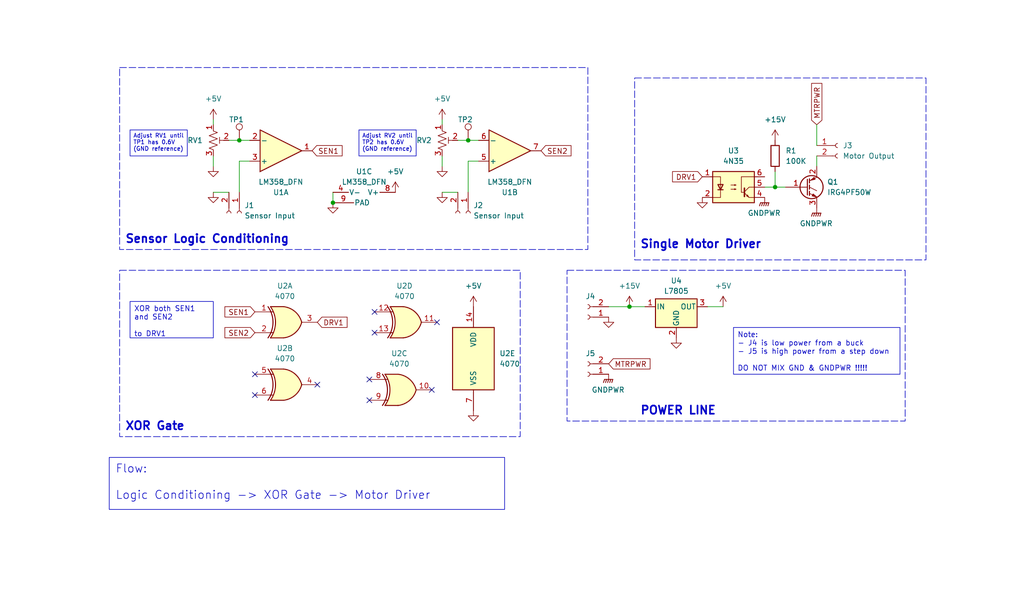
<source format=kicad_sch>
(kicad_sch (version 20230121) (generator eeschema)
  (paper "User" 250.012 150.012)
  (title_block (title "Logic Motor Driver") (date "2024-07-04") (rev "v0") (company "drafted by Achmadi, S.T, M.T") (comment 1 "A simple test circuit to run motor using minimum logic"))
  (lib_symbols
    (symbol "4xxx:4070" (pin_names (offset 1.016))
      (property "Reference" "U" (at 0 1.27 0))
      (property "Value" "4070" (at 0 -1.27 0))
      (symbol "4070_1_0"
        (arc (start -4.4196 -3.81) (mid -3.2033 0) (end -4.4196 3.81) (stroke (width 0.254)))
        (arc (start -3.81 -3.81) (mid -2.589 0) (end -3.81 3.81) (stroke (width 0.254)))
        (arc (start -0.6096 -3.81) (mid 2.1842 -2.5851) (end 3.81 0) (stroke (width 0.254)) (fill (type background)))
        (polyline (pts (xy -3.81 -3.81) (xy -0.635 -3.81)) (stroke (width 0.254)) (fill (type background)))
        (polyline (pts (xy -3.81 3.81) (xy -0.635 3.81)) (stroke (width 0.254)) (fill (type background)))
        (polyline (pts (xy -0.635 3.81) (xy -3.81 3.81) (xy -3.81 3.81) (xy -3.556 3.4036) (xy -3.0226 2.2606) (xy -2.6924 1.0414) (xy -2.6162 -0.254) (xy -2.7686 -1.4986) (xy -3.175 -2.7178) (xy -3.81 -3.81) (xy -3.81 -3.81) (xy -0.635 -3.81)) (stroke (width -25.4)) (fill (type background)))
        (arc (start 3.81 0) (mid 2.1915 2.5936) (end -0.6096 3.81) (stroke (width 0.254)) (fill (type background)))
        (pin input line (at -7.62 2.54 0) (length 4.445) (name "~") (number "1"))
        (pin input line (at -7.62 -2.54 0) (length 4.445) (name "~") (number "2"))
        (pin output line (at 7.62 0 180) (length 3.81) (name "~") (number "3"))
      )
      (symbol "4070_1_1"
        (polyline (pts (xy -3.81 -2.54) (xy -3.175 -2.54)) (stroke (width 0.1524)))
        (polyline (pts (xy -3.81 2.54) (xy -3.175 2.54)) (stroke (width 0.1524)))
      )
      (symbol "4070_2_0"
        (arc (start -4.4196 -3.81) (mid -3.2033 0) (end -4.4196 3.81) (stroke (width 0.254)))
        (arc (start -3.81 -3.81) (mid -2.589 0) (end -3.81 3.81) (stroke (width 0.254)))
        (arc (start -0.6096 -3.81) (mid 2.1842 -2.5851) (end 3.81 0) (stroke (width 0.254)) (fill (type background)))
        (polyline (pts (xy -3.81 -3.81) (xy -0.635 -3.81)) (stroke (width 0.254)) (fill (type background)))
        (polyline (pts (xy -3.81 3.81) (xy -0.635 3.81)) (stroke (width 0.254)) (fill (type background)))
        (polyline (pts (xy -0.635 3.81) (xy -3.81 3.81) (xy -3.81 3.81) (xy -3.556 3.4036) (xy -3.0226 2.2606) (xy -2.6924 1.0414) (xy -2.6162 -0.254) (xy -2.7686 -1.4986) (xy -3.175 -2.7178) (xy -3.81 -3.81) (xy -3.81 -3.81) (xy -0.635 -3.81)) (stroke (width -25.4)) (fill (type background)))
        (arc (start 3.81 0) (mid 2.1915 2.5936) (end -0.6096 3.81) (stroke (width 0.254)) (fill (type background)))
        (pin output line (at 7.62 0 180) (length 3.81) (name "~") (number "4"))
        (pin input line (at -7.62 2.54 0) (length 4.445) (name "~") (number "5"))
        (pin input line (at -7.62 -2.54 0) (length 4.445) (name "~") (number "6"))
      )
      (symbol "4070_2_1"
        (polyline (pts (xy -3.81 -2.54) (xy -3.175 -2.54)) (stroke (width 0.1524)))
        (polyline (pts (xy -3.81 2.54) (xy -3.175 2.54)) (stroke (width 0.1524)))
      )
      (symbol "4070_3_0"
        (arc (start -4.4196 -3.81) (mid -3.2033 0) (end -4.4196 3.81) (stroke (width 0.254)))
        (arc (start -3.81 -3.81) (mid -2.589 0) (end -3.81 3.81) (stroke (width 0.254)))
        (arc (start -0.6096 -3.81) (mid 2.1842 -2.5851) (end 3.81 0) (stroke (width 0.254)) (fill (type background)))
        (polyline (pts (xy -3.81 -3.81) (xy -0.635 -3.81)) (stroke (width 0.254)) (fill (type background)))
        (polyline (pts (xy -3.81 3.81) (xy -0.635 3.81)) (stroke (width 0.254)) (fill (type background)))
        (polyline (pts (xy -0.635 3.81) (xy -3.81 3.81) (xy -3.81 3.81) (xy -3.556 3.4036) (xy -3.0226 2.2606) (xy -2.6924 1.0414) (xy -2.6162 -0.254) (xy -2.7686 -1.4986) (xy -3.175 -2.7178) (xy -3.81 -3.81) (xy -3.81 -3.81) (xy -0.635 -3.81)) (stroke (width -25.4)) (fill (type background)))
        (arc (start 3.81 0) (mid 2.1915 2.5936) (end -0.6096 3.81) (stroke (width 0.254)) (fill (type background)))
        (pin output line (at 7.62 0 180) (length 3.81) (name "~") (number "10"))
        (pin input line (at -7.62 2.54 0) (length 4.445) (name "~") (number "8"))
        (pin input line (at -7.62 -2.54 0) (length 4.445) (name "~") (number "9"))
      )
      (symbol "4070_3_1"
        (polyline (pts (xy -3.81 -2.54) (xy -3.175 -2.54)) (stroke (width 0.1524)))
        (polyline (pts (xy -3.81 2.54) (xy -3.175 2.54)) (stroke (width 0.1524)))
      )
      (symbol "4070_4_0"
        (arc (start -4.4196 -3.81) (mid -3.2033 0) (end -4.4196 3.81) (stroke (width 0.254)))
        (arc (start -3.81 -3.81) (mid -2.589 0) (end -3.81 3.81) (stroke (width 0.254)))
        (arc (start -0.6096 -3.81) (mid 2.1842 -2.5851) (end 3.81 0) (stroke (width 0.254)) (fill (type background)))
        (polyline (pts (xy -3.81 -3.81) (xy -0.635 -3.81)) (stroke (width 0.254)) (fill (type background)))
        (polyline (pts (xy -3.81 3.81) (xy -0.635 3.81)) (stroke (width 0.254)) (fill (type background)))
        (polyline (pts (xy -0.635 3.81) (xy -3.81 3.81) (xy -3.81 3.81) (xy -3.556 3.4036) (xy -3.0226 2.2606) (xy -2.6924 1.0414) (xy -2.6162 -0.254) (xy -2.7686 -1.4986) (xy -3.175 -2.7178) (xy -3.81 -3.81) (xy -3.81 -3.81) (xy -0.635 -3.81)) (stroke (width -25.4)) (fill (type background)))
        (arc (start 3.81 0) (mid 2.1915 2.5936) (end -0.6096 3.81) (stroke (width 0.254)) (fill (type background)))
        (pin output line (at 7.62 0 180) (length 3.81) (name "~") (number "11"))
        (pin input line (at -7.62 2.54 0) (length 4.445) (name "~") (number "12"))
        (pin input line (at -7.62 -2.54 0) (length 4.445) (name "~") (number "13"))
      )
      (symbol "4070_4_1"
        (polyline (pts (xy -3.81 -2.54) (xy -3.175 -2.54)) (stroke (width 0.1524)))
        (polyline (pts (xy -3.81 2.54) (xy -3.175 2.54)) (stroke (width 0.1524)))
      )
      (symbol "4070_5_0"
        (pin power_in line (at 0 12.7 270) (length 5.08) (name "VDD") (number "14"))
        (pin power_in line (at 0 -12.7 90) (length 5.08) (name "VSS") (number "7"))
      )
      (symbol "4070_5_1"
        (rectangle (start -5.08 7.62) (end 5.08 -7.62) (stroke (width 0.254)) (fill (type background)))
      )
    )
    (symbol "Amplifier_Operational:LM358_DFN" (pin_names (offset 0.127))
      (property "Reference" "U" (at 0 5.08 0))
      (property "Value" "LM358_DFN" (at 0 -5.08 0))
      (symbol "LM358_DFN_1_1"
        (polyline (pts (xy -5.08 5.08) (xy 5.08 0) (xy -5.08 -5.08) (xy -5.08 5.08)) (stroke (width 0.254)) (fill (type background)))
        (pin output line (at 7.62 0 180) (length 2.54) (name "~") (number "1"))
        (pin input line (at -7.62 -2.54 0) (length 2.54) (name "-") (number "2"))
        (pin input line (at -7.62 2.54 0) (length 2.54) (name "+") (number "3"))
      )
      (symbol "LM358_DFN_2_1"
        (polyline (pts (xy -5.08 5.08) (xy 5.08 0) (xy -5.08 -5.08) (xy -5.08 5.08)) (stroke (width 0.254)) (fill (type background)))
        (pin input line (at -7.62 2.54 0) (length 2.54) (name "+") (number "5"))
        (pin input line (at -7.62 -2.54 0) (length 2.54) (name "-") (number "6"))
        (pin output line (at 7.62 0 180) (length 2.54) (name "~") (number "7"))
      )
      (symbol "LM358_DFN_3_1"
        (pin power_in line (at -2.54 -7.62 90) (length 3.81) (name "V-") (number "4"))
        (pin power_in line (at -2.54 7.62 270) (length 3.81) (name "V+") (number "8"))
        (pin power_in line (at 0 -7.62 90) (length 5.08) (name "PAD") (number "9"))
      )
    )
    (symbol "Connector:Conn_01x02_Socket" (pin_names (offset 1.016) hide)
      (property "Reference" "J" (at 0 2.54 0))
      (property "Value" "Conn_01x02_Socket" (at 0 -5.08 0))
      (symbol "Conn_01x02_Socket_1_1"
        (arc (start 0 -2.032) (mid -0.5058 -2.54) (end 0 -3.048) (stroke (width 0.1524)))
        (polyline (pts (xy -1.27 -2.54) (xy -0.508 -2.54)) (stroke (width 0.1524)))
        (polyline (pts (xy -1.27 0) (xy -0.508 0)) (stroke (width 0.1524)))
        (arc (start 0 0.508) (mid -0.5058 0) (end 0 -0.508) (stroke (width 0.1524)))
        (pin passive line (at -5.08 0 0) (length 3.81) (name "Pin_1") (number "1"))
        (pin passive line (at -5.08 -2.54 0) (length 3.81) (name "Pin_2") (number "2"))
      )
    )
    (symbol "Connector:TestPoint" (pin_numbers hide) (pin_names (offset 0.762) hide)
      (property "Reference" "TP" (at 0 6.858 0))
      (property "Value" "TestPoint" (at 0 5.08 0))
      (symbol "TestPoint_0_1"
        (circle (center 0 3.302) (radius 0.762))
      )
      (symbol "TestPoint_1_1"
        (pin passive line (at 0 0 90) (length 2.54) (name "1") (number "1"))
      )
    )
    (symbol "Device:R" (pin_numbers hide) (pin_names (offset 0))
      (property "Reference" "R" (at 2.032 0 90))
      (property "Value" "R" (at 0 0 90))
      (symbol "R_0_1"
        (rectangle (start -1.016 -2.54) (end 1.016 2.54) (stroke (width 0.254)))
      )
      (symbol "R_1_1"
        (pin passive line (at 0 3.81 270) (length 1.27) (name "~") (number "1"))
        (pin passive line (at 0 -3.81 90) (length 1.27) (name "~") (number "2"))
      )
    )
    (symbol "Device:R_Potentiometer_Trim_US" (pin_names (offset 1.016) hide)
      (property "Reference" "RV" (at -4.445 0 90))
      (property "Value" "R_Potentiometer_Trim_US" (at -2.54 0 90))
      (symbol "R_Potentiometer_Trim_US_0_1"
        (polyline (pts (xy 0 -2.286) (xy 0 -2.54)))
        (polyline (pts (xy 0 2.286) (xy 0 2.54)))
        (polyline (pts (xy 1.524 0.762) (xy 1.524 -0.762)))
        (polyline (pts (xy 2.54 0) (xy 1.524 0)))
        (polyline (pts (xy 0 -0.762) (xy 1.016 -1.143) (xy 0 -1.524) (xy -1.016 -1.905) (xy 0 -2.286)))
        (polyline (pts (xy 0 0.762) (xy 1.016 0.381) (xy 0 0) (xy -1.016 -0.381) (xy 0 -0.762)))
        (polyline (pts (xy 0 2.286) (xy 1.016 1.905) (xy 0 1.524) (xy -1.016 1.143) (xy 0 0.762)))
      )
      (symbol "R_Potentiometer_Trim_US_1_1"
        (pin passive line (at 0 3.81 270) (length 1.27) (name "1") (number "1"))
        (pin passive line (at 3.81 0 180) (length 1.27) (name "2") (number "2"))
        (pin passive line (at 0 -3.81 90) (length 1.27) (name "3") (number "3"))
      )
    )
    (symbol "Isolator:4N35" (pin_names (offset 1.016))
      (property "Reference" "U" (at -5.08 5.08 0))
      (property "Value" "4N35" (at 0 5.08 0))
      (symbol "4N35_0_1"
        (rectangle (start -5.08 3.81) (end 5.08 -3.81) (stroke (width 0.254)) (fill (type background)))
        (polyline (pts (xy -3.81 -0.635) (xy -2.54 -0.635)) (stroke (width 0.254)))
        (polyline (pts (xy 2.667 -1.397) (xy 3.81 -2.54)))
        (polyline (pts (xy 2.667 -1.143) (xy 3.81 0)))
        (polyline (pts (xy 3.81 -2.54) (xy 5.08 -2.54)))
        (polyline (pts (xy 3.81 0) (xy 5.08 0)))
        (polyline (pts (xy 2.667 -0.254) (xy 2.667 -2.286) (xy 2.667 -2.286)) (stroke (width 0.3556)))
        (polyline (pts (xy -5.08 -2.54) (xy -3.175 -2.54) (xy -3.175 2.54) (xy -5.08 2.54)))
        (polyline (pts (xy -3.175 -0.635) (xy -3.81 0.635) (xy -2.54 0.635) (xy -3.175 -0.635)) (stroke (width 0.254)))
        (polyline (pts (xy 3.683 -2.413) (xy 3.429 -1.905) (xy 3.175 -2.159) (xy 3.683 -2.413)))
        (polyline (pts (xy 5.08 2.54) (xy 1.905 2.54) (xy 1.905 -1.27) (xy 2.54 -1.27)))
        (polyline (pts (xy -0.635 -0.508) (xy 0.635 -0.508) (xy 0.254 -0.635) (xy 0.254 -0.381) (xy 0.635 -0.508)))
        (polyline (pts (xy -0.635 0.508) (xy 0.635 0.508) (xy 0.254 0.381) (xy 0.254 0.635) (xy 0.635 0.508)))
      )
      (symbol "4N35_1_1"
        (pin passive line (at -7.62 2.54 0) (length 2.54) (name "~") (number "1"))
        (pin passive line (at -7.62 -2.54 0) (length 2.54) (name "~") (number "2"))
        (pin no_connect line (at -5.08 0 0) (length 2.54) hide (name "NC") (number "3"))
        (pin passive line (at 7.62 -2.54 180) (length 2.54) (name "~") (number "4"))
        (pin passive line (at 7.62 0 180) (length 2.54) (name "~") (number "5"))
        (pin passive line (at 7.62 2.54 180) (length 2.54) (name "~") (number "6"))
      )
    )
    (symbol "Regulator_Linear:L7805" (pin_names (offset 0.254))
      (property "Reference" "U" (at -3.81 3.175 0))
      (property "Value" "L7805" (at 0 3.175 0))
      (symbol "L7805_0_1"
        (rectangle (start -5.08 1.905) (end 5.08 -5.08) (stroke (width 0.254)) (fill (type background)))
      )
      (symbol "L7805_1_1"
        (pin power_in line (at -7.62 0 0) (length 2.54) (name "IN") (number "1"))
        (pin power_in line (at 0 -7.62 90) (length 2.54) (name "GND") (number "2"))
        (pin power_out line (at 7.62 0 180) (length 2.54) (name "OUT") (number "3"))
      )
    )
    (symbol "Transistor_IGBT:IRG4PF50W" (pin_names (offset 0) hide)
      (property "Reference" "Q" (at 5.08 1.905 0))
      (property "Value" "IRG4PF50W" (at 5.08 0 0))
      (symbol "IRG4PF50W_0_1"
        (polyline (pts (xy 0 0) (xy 0.254 0)))
        (polyline (pts (xy 0.762 -1.016) (xy 0.762 -2.032)) (stroke (width 0.254)))
        (polyline (pts (xy 0.762 0.508) (xy 0.762 -0.508)) (stroke (width 0.254)))
        (polyline (pts (xy 0.762 2.032) (xy 0.762 1.016)) (stroke (width 0.254)))
        (polyline (pts (xy 2.54 -2.413) (xy 0.762 -1.524)))
        (polyline (pts (xy 2.54 -0.889) (xy 0.762 0)))
        (polyline (pts (xy 2.54 2.413) (xy 0.762 1.524)))
        (polyline (pts (xy 0.254 1.905) (xy 0.254 -1.905) (xy 0.254 -1.905)) (stroke (width 0.254)))
        (polyline (pts (xy 1.397 -2.159) (xy 1.651 -1.651) (xy 2.54 -2.413) (xy 1.397 -2.159)) (fill (type outline)))
        (polyline (pts (xy 2.159 1.905) (xy 1.905 2.413) (xy 1.016 1.651) (xy 2.159 1.905)) (fill (type outline)))
        (circle (center 1.27 0) (radius 2.8194) (stroke (width 0.254)))
      )
      (symbol "IRG4PF50W_1_1"
        (pin input line (at -5.08 0 0) (length 5.08) (name "G") (number "1"))
        (pin passive line (at 2.54 5.08 270) (length 2.54) (name "C") (number "2"))
        (pin passive line (at 2.54 -5.08 90) (length 2.54) (name "E") (number "3"))
      )
    )
    (symbol "power:+15V" (power) (pin_names (offset 0))
      (property "Value" "+15V" (at 0 3.556 0))
      (symbol "+15V_0_1"
        (polyline (pts (xy -0.762 1.27) (xy 0 2.54)))
        (polyline (pts (xy 0 0) (xy 0 2.54)))
        (polyline (pts (xy 0 2.54) (xy 0.762 1.27)))
      )
      (symbol "+15V_1_1"
        (pin power_in line (at 0 0 90) (length 0) hide (name "+15V") (number "1"))
      )
    )
    (symbol "power:+5V" (power) (pin_names (offset 0))
      (property "Value" "+5V" (at 0 3.556 0))
      (symbol "+5V_0_1"
        (polyline (pts (xy -0.762 1.27) (xy 0 2.54)))
        (polyline (pts (xy 0 0) (xy 0 2.54)))
        (polyline (pts (xy 0 2.54) (xy 0.762 1.27)))
      )
      (symbol "+5V_1_1"
        (pin power_in line (at 0 0 90) (length 0) hide (name "+5V") (number "1"))
      )
    )
    (symbol "power:GND" (power) (pin_names (offset 0))
      (property "Value" "GND" (at 0 -3.81 0))
      (symbol "GND_0_1"
        (polyline (pts (xy 0 0) (xy 0 -1.27) (xy 1.27 -1.27) (xy 0 -2.54) (xy -1.27 -1.27) (xy 0 -1.27)))
      )
      (symbol "GND_1_1"
        (pin power_in line (at 0 0 270) (length 0) hide (name "GND") (number "1"))
      )
    )
    (symbol "power:GNDPWR" (power) (pin_names (offset 0))
      (property "Value" "GNDPWR" (at 0 -3.302 0))
      (symbol "GNDPWR_0_1"
        (polyline (pts (xy 0 -1.27) (xy 0 0)))
        (polyline (pts (xy -1.016 -1.27) (xy -1.27 -2.032) (xy -1.27 -2.032)) (stroke (width 0.2032)))
        (polyline (pts (xy -0.508 -1.27) (xy -0.762 -2.032) (xy -0.762 -2.032)) (stroke (width 0.2032)))
        (polyline (pts (xy 0 -1.27) (xy -0.254 -2.032) (xy -0.254 -2.032)) (stroke (width 0.2032)))
        (polyline (pts (xy 0.508 -1.27) (xy 0.254 -2.032) (xy 0.254 -2.032)) (stroke (width 0.2032)))
        (polyline (pts (xy 1.016 -1.27) (xy -1.016 -1.27) (xy -1.016 -1.27)) (stroke (width 0.2032)))
        (polyline (pts (xy 1.016 -1.27) (xy 0.762 -2.032) (xy 0.762 -2.032) (xy 0.762 -2.032)) (stroke (width 0.2032)))
      )
      (symbol "GNDPWR_1_1"
        (pin power_in line (at 0 0 270) (length 0) hide (name "GNDPWR") (number "1"))
      )
    )
  )
  (junction (at 114.3 34.29))
  (junction (at 153.67 74.93))
  (junction (at 58.42 34.29))
  (junction (at 189.23 45.72))
  (junction (at 81.28 49.53))
  (no_connect (at 90.17 92.71))
  (no_connect (at 91.44 76.2))
  (no_connect (at 77.47 93.98))
  (no_connect (at 62.23 96.52))
  (no_connect (at 62.23 91.44))
  (no_connect (at 90.17 97.79))
  (no_connect (at 91.44 81.28))
  (no_connect (at 105.41 95.25))
  (no_connect (at 106.68 78.74))
  (wire (pts (xy 107.95 38.1) (xy 107.95 40.64)))
  (wire (pts (xy 81.28 46.99) (xy 81.28 49.53)))
  (wire (pts (xy 116.84 39.37) (xy 114.3 39.37)))
  (wire (pts (xy 186.69 45.72) (xy 189.23 45.72)))
  (wire (pts (xy 153.67 74.93) (xy 157.48 74.93)))
  (wire (pts (xy 58.42 39.37) (xy 58.42 46.99)))
  (wire (pts (xy 52.07 38.1) (xy 52.07 40.64)))
  (wire (pts (xy 199.39 38.1) (xy 199.39 40.64)))
  (wire (pts (xy 148.59 74.93) (xy 153.67 74.93)))
  (wire (pts (xy 60.96 39.37) (xy 58.42 39.37)))
  (wire (pts (xy 189.23 41.91) (xy 189.23 45.72)))
  (wire (pts (xy 189.23 45.72) (xy 191.77 45.72)))
  (wire (pts (xy 107.95 29.21) (xy 107.95 30.48)))
  (wire (pts (xy 114.3 34.29) (xy 116.84 34.29)))
  (wire (pts (xy 55.88 34.29) (xy 58.42 34.29)))
  (wire (pts (xy 58.42 34.29) (xy 60.96 34.29)))
  (wire (pts (xy 107.95 46.99) (xy 111.76 46.99)))
  (wire (pts (xy 114.3 39.37) (xy 114.3 46.99)))
  (wire (pts (xy 52.07 46.99) (xy 55.88 46.99)))
  (wire (pts (xy 172.72 74.93) (xy 176.53 74.93)))
  (wire (pts (xy 111.76 34.29) (xy 114.3 34.29)))
  (wire (pts (xy 52.07 29.21) (xy 52.07 30.48)))
  (wire (pts (xy 199.39 30.48) (xy 199.39 35.56)))
  (rectangle (start 154.94 19.05) (end 226.06 63.5) (stroke (width 0) (type dash)))
  (rectangle (start 138.43 66.04) (end 220.98 102.87) (stroke (width 0) (type dash)))
  (rectangle (start 29.21 16.51) (end 143.51 60.96) (stroke (width 0) (type dash)))
  (rectangle (start 29.21 66.04) (end 127 106.68) (stroke (width 0) (type dash)))
  (text_box "Adjust RV1 until TP1 has 0.6V (GND reference)\n" (at 31.75 31.75 0) (size 13.97 6.35) (effects (font (size 1 1)) (justify left top)))
  (text_box "XOR both SEN1 and SEN2\n\nto DRV1\n" (at 31.75 73.66 0) (size 20.32 8.89) (effects (font (size 1.27 1.27)) (justify left top)))
  (text_box "Adjust RV2 until TP2 has 0.6V (GND reference)\n" (at 87.63 31.75 0) (size 13.97 6.35) (effects (font (size 1 1)) (justify left top)))
  (text_box "Flow:\n\nLogic Conditioning -> XOR Gate -> Motor Driver" (at 26.67 111.76 0) (size 96.52 12.7) (effects (font (size 2 2)) (justify left top)))
  (text_box "Note:\n- J4 is low power from a buck\n- J5 is high power from a step down\n\nDO NOT MIX GND & GNDPWR !!!!!" (at 179.07 80.01 0) (size 40.64 11.43) (effects (font (size 1.27 1.27)) (justify left top)))
  (text "Single Motor Driver" (at 156.21 60.96 0) (effects (font (size 2 2) (thickness 0.4) bold) (justify left bottom)))
  (text "Sensor Logic Conditioning" (at 30.48 59.69 0) (effects (font (size 2 2) (thickness 0.4) bold) (justify left bottom)))
  (text "XOR Gate\n" (at 30.48 105.41 0) (effects (font (size 2 2) (thickness 0.4) bold) (justify left bottom)))
  (text "POWER LINE" (at 156.21 101.6 0) (effects (font (size 2 2) (thickness 0.4) bold) (justify left bottom)))
  (global_label "DRV1" (shape input) (at 77.47 78.74 0) (property "Intersheetrefs" "${INTERSHEET_REFS}" (effects hide)))
  (global_label "SEN1" (shape input) (at 62.23 76.2 180) (property "Intersheetrefs" "${INTERSHEET_REFS}" (effects hide)))
  (global_label "MTRPWR" (shape input) (at 148.59 88.9 0) (property "Intersheetrefs" "${INTERSHEET_REFS}" (effects hide)))
  (global_label "DRV1" (shape input) (at 171.45 43.18 180) (property "Intersheetrefs" "${INTERSHEET_REFS}" (effects hide)))
  (global_label "MTRPWR" (shape input) (at 199.39 30.48 90) (property "Intersheetrefs" "${INTERSHEET_REFS}" (effects hide)))
  (global_label "SEN2" (shape input) (at 132.08 36.83 0) (property "Intersheetrefs" "${INTERSHEET_REFS}" (effects hide)))
  (global_label "SEN2" (shape input) (at 62.23 81.28 180) (property "Intersheetrefs" "${INTERSHEET_REFS}" (effects hide)))
  (global_label "SEN1" (shape input) (at 76.2 36.83 0) (property "Intersheetrefs" "${INTERSHEET_REFS}" (effects hide)))
  (symbol (lib_id "power:GND") (at 148.59 77.47 0) (unit 1)
    (property "Reference" "#PWR017" (effects hide))
    (property "Value" "GND" (effects hide))
  )
  (symbol (lib_id "power:+15V") (at 153.67 74.93 0) (unit 1)
    (property "Reference" "#PWR015" (effects hide))
    (property "Value" "+15V" (at 153.67 69.85 0))
  )
  (symbol (lib_id "4xxx:4070") (at 97.79 95.25 0) (unit 3)
    (property "Reference" "U2" (at 97.4852 86.36 0))
    (property "Value" "4070" (at 97.4852 88.9 0))
    (property "Footprint" "Package_DIP:DIP-14_W8.89mm_SMDSocket_LongPads" (effects hide))
    (property "Datasheet" "http://www.intersil.com/content/dam/Intersil/documents/cd40/cd4070bms-77bms.pdf" (effects hide))
  )
  (symbol (lib_id "Connector:TestPoint") (at 58.42 34.29 0) (unit 1)
    (property "Reference" "TP1" (at 55.88 29.21 0) (effects (justify left)))
    (property "Value" "TestPoint" (effects hide))
    (property "Footprint" "TestPoint:TestPoint_Pad_D4.0mm" (effects hide))
  )
  (symbol (lib_id "power:GND") (at 52.07 46.99 0) (unit 1)
    (property "Reference" "#PWR03" (effects hide))
    (property "Value" "GND" (effects hide))
  )
  (symbol (lib_id "Isolator:4N35") (at 179.07 45.72 0) (unit 1)
    (property "Reference" "U3" (at 179.07 36.83 0))
    (property "Value" "4N35" (at 179.07 39.37 0))
    (property "Footprint" "Package_DIP:DIP-6_W7.62mm" (effects hide))
    (property "Datasheet" "https://www.vishay.com/docs/81181/4n35.pdf" (effects hide))
  )
  (symbol (lib_id "Connector:Conn_01x02_Socket") (at 143.51 77.47 180) (unit 1)
    (property "Reference" "J4" (at 144.145 72.39 0))
    (property "Value" "Conn_01x02_Socket" (effects hide))
    (property "Footprint" "TerminalBlock:TerminalBlock_Altech_AK300-2_P5.00mm" (effects hide))
  )
  (symbol (lib_id "Connector:Conn_01x02_Socket") (at 204.47 35.56 0) (unit 1)
    (property "Reference" "J3" (at 205.74 35.56 0) (effects (justify left)))
    (property "Value" "Motor Output" (at 205.74 38.1 0) (effects (justify left)))
    (property "Footprint" "TerminalBlock:TerminalBlock_Altech_AK300-2_P5.00mm" (effects hide))
  )
  (symbol (lib_id "4xxx:4070") (at 99.06 78.74 0) (unit 4)
    (property "Reference" "U2" (at 98.7552 69.85 0))
    (property "Value" "4070" (at 98.7552 72.39 0))
    (property "Footprint" "Package_DIP:DIP-14_W8.89mm_SMDSocket_LongPads" (effects hide))
    (property "Datasheet" "http://www.intersil.com/content/dam/Intersil/documents/cd40/cd4070bms-77bms.pdf" (effects hide))
  )
  (symbol (lib_id "power:+15V") (at 189.23 34.29 0) (unit 1)
    (property "Reference" "#PWR011" (effects hide))
    (property "Value" "+15V" (at 189.23 29.21 0))
  )
  (symbol (lib_id "power:GND") (at 107.95 46.99 0) (unit 1)
    (property "Reference" "#PWR06" (effects hide))
    (property "Value" "GND" (effects hide))
  )
  (symbol (lib_id "power:GNDPWR") (at 199.39 50.8 0) (unit 1)
    (property "Reference" "#PWR012" (effects hide))
    (property "Value" "GNDPWR" (at 199.263 54.61 0))
  )
  (symbol (lib_id "power:+5V") (at 52.07 29.21 0) (unit 1)
    (property "Reference" "#PWR01" (effects hide))
    (property "Value" "+5V" (at 52.07 24.13 0))
  )
  (symbol (lib_id "power:GND") (at 115.57 100.33 0) (unit 1)
    (property "Reference" "#PWR010" (effects hide))
    (property "Value" "GND" (effects hide))
  )
  (symbol (lib_id "power:GND") (at 81.28 49.53 0) (unit 1)
    (property "Reference" "#PWR08" (effects hide))
    (property "Value" "GND" (effects hide))
  )
  (symbol (lib_id "Transistor_IGBT:IRG4PF50W") (at 196.85 45.72 0) (unit 1)
    (property "Reference" "Q1" (at 201.93 44.45 0) (effects (justify left)))
    (property "Value" "IRG4PF50W" (at 201.93 46.99 0) (effects (justify left)))
    (property "Footprint" "Package_TO_SOT_THT:TO-247-3_Vertical" (effects hide))
    (property "Datasheet" "http://www.irf.com/product-info/datasheets/data/irg4pf50w.pdf" (effects hide))
  )
  (symbol (lib_id "Device:R") (at 189.23 38.1 0) (unit 1)
    (property "Reference" "R1" (at 191.77 36.83 0) (effects (justify left)))
    (property "Value" "100K" (at 191.77 39.37 0) (effects (justify left)))
    (property "Footprint" "Resistor_SMD:R_1206_3216Metric_Pad1.30x1.75mm_HandSolder" (effects hide))
  )
  (symbol (lib_id "power:GND") (at 107.95 40.64 0) (unit 1)
    (property "Reference" "#PWR05" (effects hide))
    (property "Value" "GND" (effects hide))
  )
  (symbol (lib_id "Device:R_Potentiometer_Trim_US") (at 52.07 34.29 0) (unit 1)
    (property "Reference" "RV1" (at 49.53 34.29 0) (effects (justify right)))
    (property "Value" "R_Potentiometer_Trim_US" (effects hide))
    (property "Footprint" "Potentiometer_THT:Potentiometer_Vishay_T73YP_Vertical" (effects hide))
  )
  (symbol (lib_id "Connector:Conn_01x02_Socket") (at 58.42 52.07 270) (unit 1)
    (property "Reference" "J1" (at 59.69 50.165 90) (effects (justify left)))
    (property "Value" "Sensor Input" (at 59.69 52.705 90) (effects (justify left)))
    (property "Footprint" "TerminalBlock:TerminalBlock_Altech_AK300-2_P5.00mm" (effects hide))
  )
  (symbol (lib_id "power:GND") (at 52.07 40.64 0) (unit 1)
    (property "Reference" "#PWR02" (effects hide))
    (property "Value" "GND" (effects hide))
  )
  (symbol (lib_id "Amplifier_Operational:LM358_DFN") (at 124.46 36.83 0) (mirror x) (unit 2)
    (property "Reference" "U1" (at 124.46 46.99 0))
    (property "Value" "LM358_DFN" (at 124.46 44.45 0))
    (property "Footprint" "Package_DFN_QFN:DFN-8-1EP_2x2mm_P0.5mm_EP1.05x1.75mm" (effects hide))
    (property "Datasheet" "www.st.com/resource/en/datasheet/lm358.pdf" (effects hide))
  )
  (symbol (lib_id "Connector:TestPoint") (at 114.3 34.29 0) (unit 1)
    (property "Reference" "TP2" (at 111.76 29.21 0) (effects (justify left)))
    (property "Value" "TestPoint" (effects hide))
    (property "Footprint" "TestPoint:TestPoint_Pad_D4.0mm" (effects hide))
  )
  (symbol (lib_id "power:+5V") (at 107.95 29.21 0) (unit 1)
    (property "Reference" "#PWR04" (effects hide))
    (property "Value" "+5V" (at 107.95 24.13 0))
  )
  (symbol (lib_id "power:GND") (at 165.1 82.55 0) (unit 1)
    (property "Reference" "#PWR016" (effects hide))
    (property "Value" "GND" (effects hide))
  )
  (symbol (lib_id "Amplifier_Operational:LM358_DFN") (at 88.9 49.53 270) (unit 3)
    (property "Reference" "U1" (at 88.9 41.91 90))
    (property "Value" "LM358_DFN" (at 88.9 44.45 90))
    (property "Footprint" "Package_DFN_QFN:DFN-8-1EP_2x2mm_P0.5mm_EP1.05x1.75mm" (effects hide))
    (property "Datasheet" "www.st.com/resource/en/datasheet/lm358.pdf" (effects hide))
  )
  (symbol (lib_id "Regulator_Linear:L7805") (at 165.1 74.93 0) (unit 1)
    (property "Reference" "U4" (at 165.1 68.58 0))
    (property "Value" "L7805" (at 165.1 71.12 0))
    (property "Footprint" "Package_TO_SOT_SMD:TO-252-2" (effects hide))
    (property "Datasheet" "http://www.st.com/content/ccc/resource/technical/document/datasheet/41/4f/b3/b0/12/d4/47/88/CD00000444.pdf/files/CD00000444.pdf/jcr:content/translations/en.CD00000444.pdf" (effects hide))
  )
  (symbol (lib_id "4xxx:4070") (at 69.85 93.98 0) (unit 2)
    (property "Reference" "U2" (at 69.5452 85.09 0))
    (property "Value" "4070" (at 69.5452 87.63 0))
    (property "Footprint" "Package_DIP:DIP-14_W8.89mm_SMDSocket_LongPads" (effects hide))
    (property "Datasheet" "http://www.intersil.com/content/dam/Intersil/documents/cd40/cd4070bms-77bms.pdf" (effects hide))
  )
  (symbol (lib_id "power:+5V") (at 115.57 74.93 0) (unit 1)
    (property "Reference" "#PWR09" (effects hide))
    (property "Value" "+5V" (at 115.57 69.85 0))
  )
  (symbol (lib_id "Device:R_Potentiometer_Trim_US") (at 107.95 34.29 0) (unit 1)
    (property "Reference" "RV2" (at 105.41 34.29 0) (effects (justify right)))
    (property "Value" "R_Potentiometer_Trim_US" (effects hide))
    (property "Footprint" "Potentiometer_THT:Potentiometer_Vishay_T73YP_Vertical" (effects hide))
  )
  (symbol (lib_id "power:GNDPWR") (at 148.59 91.44 0) (unit 1)
    (property "Reference" "#PWR019" (effects hide))
    (property "Value" "GNDPWR" (at 148.463 95.25 0))
  )
  (symbol (lib_id "Amplifier_Operational:LM358_DFN") (at 68.58 36.83 0) (mirror x) (unit 1)
    (property "Reference" "U1" (at 68.58 46.99 0))
    (property "Value" "LM358_DFN" (at 68.58 44.45 0))
    (property "Footprint" "Package_DFN_QFN:DFN-8-1EP_2x2mm_P0.5mm_EP1.05x1.75mm" (effects hide))
    (property "Datasheet" "www.st.com/resource/en/datasheet/lm358.pdf" (effects hide))
  )
  (symbol (lib_id "4xxx:4070") (at 115.57 87.63 0) (unit 5)
    (property "Reference" "U2" (at 121.92 86.36 0) (effects (justify left)))
    (property "Value" "4070" (at 121.92 88.9 0) (effects (justify left)))
    (property "Footprint" "Package_DIP:DIP-14_W8.89mm_SMDSocket_LongPads" (effects hide))
    (property "Datasheet" "http://www.intersil.com/content/dam/Intersil/documents/cd40/cd4070bms-77bms.pdf" (effects hide))
  )
  (symbol (lib_id "power:+5V") (at 96.52 46.99 0) (unit 1)
    (property "Reference" "#PWR07" (effects hide))
    (property "Value" "+5V" (at 96.52 41.91 0))
  )
  (symbol (lib_id "Connector:Conn_01x02_Socket") (at 114.3 52.07 270) (unit 1)
    (property "Reference" "J2" (at 115.57 50.165 90) (effects (justify left)))
    (property "Value" "Sensor Input" (at 115.57 52.705 90) (effects (justify left)))
    (property "Footprint" "TerminalBlock:TerminalBlock_Altech_AK300-2_P5.00mm" (effects hide))
  )
  (symbol (lib_id "power:GNDPWR") (at 186.69 48.26 0) (unit 1)
    (property "Reference" "#PWR014" (effects hide))
    (property "Value" "GNDPWR" (at 186.563 52.07 0))
  )
  (symbol (lib_id "4xxx:4070") (at 69.85 78.74 0) (unit 1)
    (property "Reference" "U2" (at 69.5452 69.85 0))
    (property "Value" "4070" (at 69.5452 72.39 0))
    (property "Footprint" "Package_DIP:DIP-14_W8.89mm_SMDSocket_LongPads" (effects hide))
    (property "Datasheet" "http://www.intersil.com/content/dam/Intersil/documents/cd40/cd4070bms-77bms.pdf" (effects hide))
  )
  (symbol (lib_id "Connector:Conn_01x02_Socket") (at 143.51 91.44 180) (unit 1)
    (property "Reference" "J5" (at 144.145 86.36 0))
    (property "Value" "Conn_01x02_Socket" (effects hide))
    (property "Footprint" "TerminalBlock:TerminalBlock_Altech_AK300-2_P5.00mm" (effects hide))
  )
  (symbol (lib_id "power:+5V") (at 176.53 74.93 0) (unit 1)
    (property "Reference" "#PWR018" (effects hide))
    (property "Value" "+5V" (at 176.53 69.85 0))
  )
  (symbol (lib_id "power:GND") (at 171.45 48.26 0) (unit 1)
    (property "Reference" "#PWR013" (effects hide))
    (property "Value" "GND" (effects hide))
  )
)
</source>
